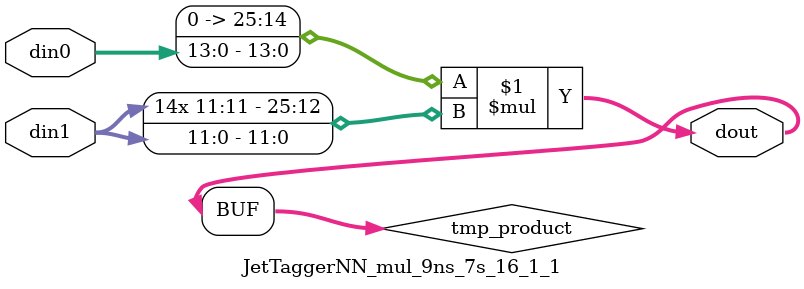
<source format=v>

`timescale 1 ns / 1 ps

  module JetTaggerNN_mul_9ns_7s_16_1_1(din0, din1, dout);
parameter ID = 1;
parameter NUM_STAGE = 0;
parameter din0_WIDTH = 14;
parameter din1_WIDTH = 12;
parameter dout_WIDTH = 26;

input [din0_WIDTH - 1 : 0] din0; 
input [din1_WIDTH - 1 : 0] din1; 
output [dout_WIDTH - 1 : 0] dout;

wire signed [dout_WIDTH - 1 : 0] tmp_product;











assign tmp_product = $signed({1'b0, din0}) * $signed(din1);










assign dout = tmp_product;







endmodule

</source>
